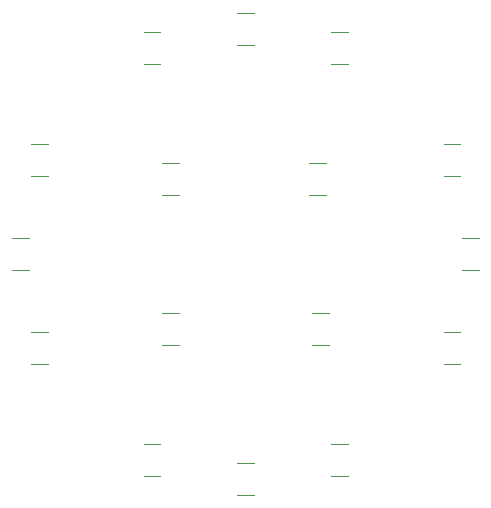
<source format=gbr>
%TF.GenerationSoftware,KiCad,Pcbnew,9.0.2*%
%TF.CreationDate,2025-05-27T11:43:11-07:00*%
%TF.ProjectId,16_6mSiPMs_9,31365f36-6d53-4695-904d-735f392e6b69,rev?*%
%TF.SameCoordinates,Original*%
%TF.FileFunction,Legend,Bot*%
%TF.FilePolarity,Positive*%
%FSLAX46Y46*%
G04 Gerber Fmt 4.6, Leading zero omitted, Abs format (unit mm)*
G04 Created by KiCad (PCBNEW 9.0.2) date 2025-05-27 11:43:11*
%MOMM*%
%LPD*%
G01*
G04 APERTURE LIST*
%ADD10C,0.120000*%
G04 APERTURE END LIST*
D10*
%TO.C,10 nF*%
X229088748Y-95090000D02*
X230511252Y-95090000D01*
X229088748Y-97810000D02*
X230511252Y-97810000D01*
X216638748Y-107790000D02*
X218061252Y-107790000D01*
X216638748Y-110510000D02*
X218061252Y-110510000D01*
X242038748Y-101440000D02*
X243461252Y-101440000D01*
X242038748Y-104160000D02*
X243461252Y-104160000D01*
X229338748Y-107790000D02*
X230761252Y-107790000D01*
X229338748Y-110510000D02*
X230761252Y-110510000D01*
X203938748Y-101440000D02*
X205361252Y-101440000D01*
X203938748Y-104160000D02*
X205361252Y-104160000D01*
X230926248Y-118902500D02*
X232348752Y-118902500D01*
X230926248Y-121622500D02*
X232348752Y-121622500D01*
X205526248Y-93502500D02*
X206948752Y-93502500D01*
X205526248Y-96222500D02*
X206948752Y-96222500D01*
X230926248Y-83977500D02*
X232348752Y-83977500D01*
X230926248Y-86697500D02*
X232348752Y-86697500D01*
X222988748Y-82390000D02*
X224411252Y-82390000D01*
X222988748Y-85110000D02*
X224411252Y-85110000D01*
X216638748Y-95090000D02*
X218061252Y-95090000D01*
X216638748Y-97810000D02*
X218061252Y-97810000D01*
X215051248Y-118902500D02*
X216473752Y-118902500D01*
X215051248Y-121622500D02*
X216473752Y-121622500D01*
X240451248Y-109377500D02*
X241873752Y-109377500D01*
X240451248Y-112097500D02*
X241873752Y-112097500D01*
X205526248Y-109377500D02*
X206948752Y-109377500D01*
X205526248Y-112097500D02*
X206948752Y-112097500D01*
X222988748Y-120490000D02*
X224411252Y-120490000D01*
X222988748Y-123210000D02*
X224411252Y-123210000D01*
X215051248Y-83977500D02*
X216473752Y-83977500D01*
X215051248Y-86697500D02*
X216473752Y-86697500D01*
X240451248Y-93502500D02*
X241873752Y-93502500D01*
X240451248Y-96222500D02*
X241873752Y-96222500D01*
%TD*%
M02*

</source>
